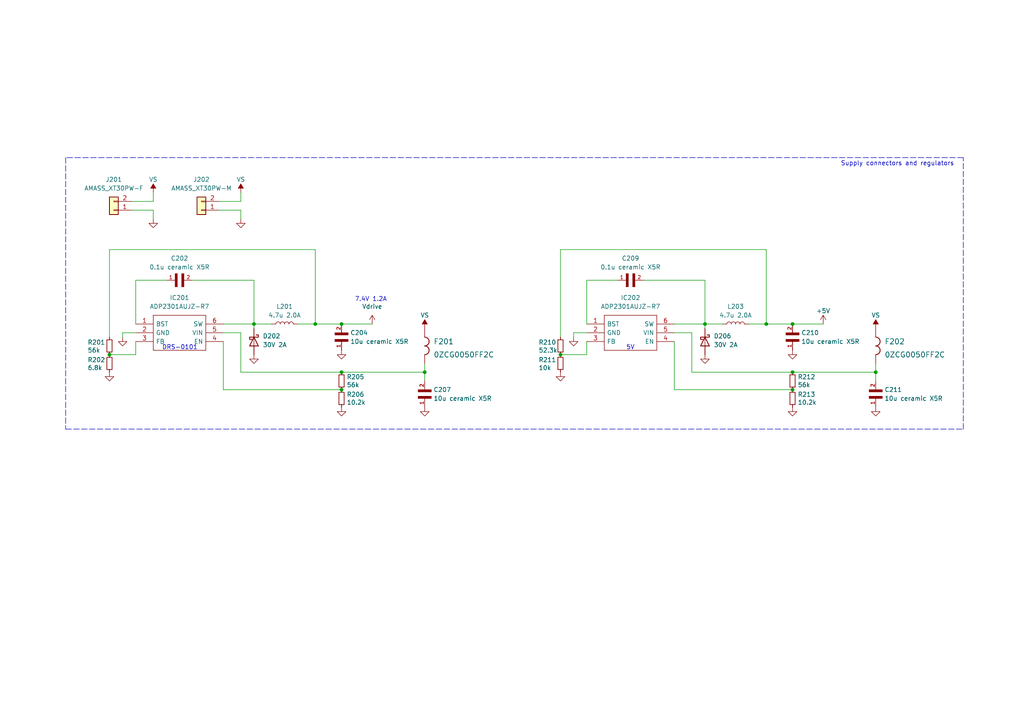
<source format=kicad_sch>
(kicad_sch (version 20211123) (generator eeschema)
  (paper "A4")
  (lib_symbols
    (symbol "0ZCG0050FF2C:0ZCG0050FF2C" (pin_numbers hide) (pin_names hide)
      (property "Reference" "F" (at 5.08 3.175 0))
      (property "Value" "0ZCG0050FF2C" (at 5.08 -6.35 0))
      (symbol "0ZCG0050FF2C_1_1"
        (arc (start 2.54 0) (mid 3.81 -1.27) (end 5.08 0) (stroke (width 0.254)))
        (arc (start 5.08 0) (mid 6.35 -1.27) (end 7.62 0) (stroke (width 0.254)))
        (pin unspecified line (at 0 0 0) (length 2.54) (name "1") (number "1"))
        (pin unspecified line (at 10.16 0 180) (length 2.54) (name "2") (number "2"))
      )
    )
    (symbol "ADP2301AUJZ-R7:ADP2301AUJZ-R7" (pin_names (offset 0.762))
      (property "Reference" "IC" (at 21.59 7.62 0))
      (property "Value" "ADP2301AUJZ-R7" (at 21.59 5.08 0))
      (symbol "ADP2301AUJZ-R7_0_0"
        (pin passive line (at 0 0 0) (length 5.08) (name "BST") (number "1"))
        (pin power_in line (at 0 -2.54 0) (length 5.08) (name "GND") (number "2"))
        (pin passive line (at 0 -5.08 0) (length 5.08) (name "FB") (number "3"))
        (pin passive line (at 25.4 -5.08 180) (length 5.08) (name "EN") (number "4"))
        (pin input line (at 25.4 -2.54 180) (length 5.08) (name "VIN") (number "5"))
        (pin passive line (at 25.4 0 180) (length 5.08) (name "SW") (number "6"))
      )
      (symbol "ADP2301AUJZ-R7_0_1"
        (polyline (pts (xy 5.08 2.54) (xy 20.32 2.54) (xy 20.32 -7.62) (xy 5.08 -7.62) (xy 5.08 2.54)) (stroke (width 0.1524)))
      )
    )
    (symbol "C1005X5R1E104K050BC:C1005X5R1E104K050BC" (pin_names (offset 1.016) hide)
      (property "Reference" "C" (at 0 3.81 0))
      (property "Value" "C1005X5R1E104K050BC" (at 0 -5.08 0))
      (symbol "C1005X5R1E104K050BC_0_0"
        (rectangle (start 0 -1.905) (end 0.635 1.905) (fill (type outline)))
        (rectangle (start 1.905 -1.905) (end 2.54 1.905) (fill (type outline)))
        (pin passive line (at -2.54 0 0) (length 2.54) (name "~") (number "1"))
        (pin passive line (at 5.08 0 180) (length 2.54) (name "~") (number "2"))
      )
    )
    (symbol "C1608X5R0J106K080AB:C1608X5R0J106K080AB" (pin_names (offset 1.016) hide)
      (property "Reference" "C" (at 0 3.81 0))
      (property "Value" "C1608X5R0J106K080AB" (at 0 -5.08 0))
      (symbol "C1608X5R0J106K080AB_0_0"
        (rectangle (start 0 -1.905) (end 0.635 1.905) (fill (type outline)))
        (rectangle (start 1.905 -1.905) (end 2.54 1.905) (fill (type outline)))
        (pin passive line (at -2.54 0 0) (length 2.54) (name "~") (number "1"))
        (pin passive line (at 5.08 0 180) (length 2.54) (name "~") (number "2"))
      )
    )
    (symbol "Connector_Generic:Conn_01x02" (pin_names (offset 1.016) hide)
      (property "Reference" "J" (at 0 2.54 0))
      (property "Value" "Conn_01x02" (at 0 -5.08 0))
      (symbol "Conn_01x02_1_1"
        (rectangle (start -1.27 -2.413) (end 0 -2.667) (stroke (width 0.1524)))
        (rectangle (start -1.27 0.127) (end 0 -0.127) (stroke (width 0.1524)))
        (rectangle (start -1.27 1.27) (end 1.27 -3.81) (stroke (width 0.254)) (fill (type background)))
        (pin passive line (at -5.08 0 0) (length 3.81) (name "Pin_1") (number "1"))
        (pin passive line (at -5.08 -2.54 0) (length 3.81) (name "Pin_2") (number "2"))
      )
    )
    (symbol "Device:D_Schottky" (pin_numbers hide) (pin_names (offset 1.016) hide)
      (property "Reference" "D" (at 0 2.54 0))
      (property "Value" "D_Schottky" (at 0 -2.54 0))
      (symbol "D_Schottky_0_1"
        (polyline (pts (xy 1.27 0) (xy -1.27 0)))
        (polyline (pts (xy 1.27 1.27) (xy 1.27 -1.27) (xy -1.27 0) (xy 1.27 1.27)) (stroke (width 0.254)))
        (polyline (pts (xy -1.905 0.635) (xy -1.905 1.27) (xy -1.27 1.27) (xy -1.27 -1.27) (xy -0.635 -1.27) (xy -0.635 -0.635)) (stroke (width 0.254)))
      )
      (symbol "D_Schottky_1_1"
        (pin passive line (at -3.81 0 0) (length 2.54) (name "K") (number "1"))
        (pin passive line (at 3.81 0 180) (length 2.54) (name "A") (number "2"))
      )
    )
    (symbol "Device:L" (pin_numbers hide) (pin_names (offset 1.016) hide)
      (property "Reference" "L" (at -1.27 0 90))
      (property "Value" "L" (at 1.905 0 90))
      (symbol "L_0_1"
        (arc (start 0 -2.54) (mid 0.635 -1.905) (end 0 -1.27))
        (arc (start 0 -1.27) (mid 0.635 -0.635) (end 0 0))
        (arc (start 0 0) (mid 0.635 0.635) (end 0 1.27))
        (arc (start 0 1.27) (mid 0.635 1.905) (end 0 2.54))
      )
      (symbol "L_1_1"
        (pin passive line (at 0 3.81 270) (length 1.27) (name "1") (number "1"))
        (pin passive line (at 0 -3.81 90) (length 1.27) (name "2") (number "2"))
      )
    )
    (symbol "Device:R_Small" (pin_numbers hide) (pin_names (offset 0.254) hide)
      (property "Reference" "R" (at 0.762 0.508 0))
      (property "Value" "R_Small" (at 0.762 -1.016 0))
      (symbol "R_Small_0_1"
        (rectangle (start -0.762 1.778) (end 0.762 -1.778) (stroke (width 0.2032)))
      )
      (symbol "R_Small_1_1"
        (pin passive line (at 0 2.54 270) (length 0.762) (name "~") (number "1"))
        (pin passive line (at 0 -2.54 90) (length 0.762) (name "~") (number "2"))
      )
    )
    (symbol "power:+5V" (power) (pin_names (offset 0))
      (property "Value" "+5V" (at 0 3.556 0))
      (symbol "+5V_0_1"
        (polyline (pts (xy -0.762 1.27) (xy 0 2.54)))
        (polyline (pts (xy 0 0) (xy 0 2.54)))
        (polyline (pts (xy 0 2.54) (xy 0.762 1.27)))
      )
      (symbol "+5V_1_1"
        (pin power_in line (at 0 0 90) (length 0) hide (name "+5V") (number "1"))
      )
    )
    (symbol "power:GND" (power) (pin_names (offset 0))
      (property "Value" "GND" (at 0 -3.81 0))
      (symbol "GND_0_1"
        (polyline (pts (xy 0 0) (xy 0 -1.27) (xy 1.27 -1.27) (xy 0 -2.54) (xy -1.27 -1.27) (xy 0 -1.27)))
      )
      (symbol "GND_1_1"
        (pin power_in line (at 0 0 270) (length 0) hide (name "GND") (number "1"))
      )
    )
    (symbol "power:VS" (power) (pin_names (offset 0))
      (property "Value" "VS" (at 0 3.81 0))
      (symbol "VS_0_1"
        (polyline (pts (xy 0 0) (xy 0 2.54)))
        (polyline (pts (xy 0.762 1.27) (xy -0.762 1.27) (xy 0 2.54) (xy 0.762 1.27)) (fill (type outline)))
      )
      (symbol "VS_1_1"
        (pin power_in line (at 0 0 90) (length 0) hide (name "VS") (number "1"))
      )
    )
    (symbol "power:Vdrive" (power) (pin_names (offset 0))
      (property "Value" "Vdrive" (at 0 3.81 0))
      (symbol "Vdrive_0_1"
        (polyline (pts (xy -0.762 1.27) (xy 0 2.54)))
        (polyline (pts (xy 0 0) (xy 0 2.54)))
        (polyline (pts (xy 0 2.54) (xy 0.762 1.27)))
      )
      (symbol "Vdrive_1_1"
        (pin power_in line (at 0 0 90) (length 0) hide (name "Vdrive") (number "1"))
      )
    )
  )
  (junction (at 222.25 93.98))
  (junction (at 204.47 93.98))
  (junction (at 229.87 93.98))
  (junction (at 31.75 102.87))
  (junction (at 99.06 93.98))
  (junction (at 229.87 107.95))
  (junction (at 99.06 113.03))
  (junction (at 123.19 107.95))
  (junction (at 91.44 93.98))
  (junction (at 254 107.95))
  (junction (at 73.66 93.98))
  (junction (at 99.06 107.95))
  (junction (at 162.56 102.87))
  (junction (at 229.87 113.03))
  (wire (pts (xy 204.47 81.28) (xy 204.47 93.98)))
  (wire (pts (xy 170.18 102.87) (xy 162.56 102.87)))
  (wire (pts (xy 186.69 81.28) (xy 204.47 81.28)))
  (wire (pts (xy 86.36 93.98) (xy 91.44 93.98)))
  (wire (pts (xy 44.45 63.5) (xy 44.45 60.96)))
  (wire (pts (xy 200.66 96.52) (xy 200.66 107.95)))
  (wire (pts (xy 69.85 107.95) (xy 99.06 107.95)))
  (wire (pts (xy 200.66 107.95) (xy 229.87 107.95)))
  (wire (pts (xy 162.56 72.39) (xy 222.25 72.39)))
  (wire (pts (xy 222.25 72.39) (xy 222.25 93.98)))
  (wire (pts (xy 162.56 97.79) (xy 162.56 72.39)))
  (wire (pts (xy 69.85 55.88) (xy 69.85 58.42)))
  (wire (pts (xy 39.37 102.87) (xy 39.37 99.06)))
  (wire (pts (xy 31.75 97.79) (xy 31.75 72.39)))
  (wire (pts (xy 170.18 81.28) (xy 179.07 81.28)))
  (wire (pts (xy 73.66 95.25) (xy 73.66 93.98)))
  (wire (pts (xy 55.88 81.28) (xy 73.66 81.28)))
  (wire (pts (xy 195.58 113.03) (xy 195.58 99.06)))
  (wire (pts (xy 91.44 93.98) (xy 99.06 93.98)))
  (wire (pts (xy 170.18 93.98) (xy 170.18 81.28)))
  (wire (pts (xy 69.85 63.5) (xy 69.85 60.96)))
  (wire (pts (xy 166.37 96.52) (xy 170.18 96.52)))
  (wire (pts (xy 222.25 93.98) (xy 229.87 93.98)))
  (wire (pts (xy 123.19 105.41) (xy 123.19 107.95)))
  (wire (pts (xy 217.17 93.98) (xy 222.25 93.98)))
  (wire (pts (xy 35.56 96.52) (xy 39.37 96.52)))
  (wire (pts (xy 69.85 60.96) (xy 63.5 60.96)))
  (wire (pts (xy 73.66 81.28) (xy 73.66 93.98)))
  (wire (pts (xy 91.44 72.39) (xy 91.44 93.98)))
  (wire (pts (xy 69.85 58.42) (xy 63.5 58.42)))
  (wire (pts (xy 31.75 72.39) (xy 91.44 72.39)))
  (wire (pts (xy 39.37 81.28) (xy 48.26 81.28)))
  (wire (pts (xy 254 105.41) (xy 254 107.95)))
  (wire (pts (xy 44.45 58.42) (xy 38.1 58.42)))
  (wire (pts (xy 73.66 93.98) (xy 78.74 93.98)))
  (wire (pts (xy 64.77 93.98) (xy 73.66 93.98)))
  (polyline (pts (xy 279.4 45.72) (xy 19.05 45.72)))
  (wire (pts (xy 64.77 113.03) (xy 64.77 99.06)))
  (wire (pts (xy 44.45 55.88) (xy 44.45 58.42)))
  (wire (pts (xy 254 107.95) (xy 254 110.49)))
  (wire (pts (xy 195.58 96.52) (xy 200.66 96.52)))
  (wire (pts (xy 195.58 113.03) (xy 229.87 113.03)))
  (wire (pts (xy 64.77 113.03) (xy 99.06 113.03)))
  (wire (pts (xy 39.37 93.98) (xy 39.37 81.28)))
  (wire (pts (xy 99.06 93.98) (xy 107.95 93.98)))
  (wire (pts (xy 38.1 60.96) (xy 44.45 60.96)))
  (wire (pts (xy 99.06 107.95) (xy 123.19 107.95)))
  (polyline (pts (xy 19.05 124.46) (xy 279.4 124.46)))
  (wire (pts (xy 69.85 96.52) (xy 69.85 107.95)))
  (polyline (pts (xy 279.4 124.46) (xy 279.4 45.72)))
  (wire (pts (xy 204.47 93.98) (xy 209.55 93.98)))
  (wire (pts (xy 35.56 96.52) (xy 35.56 97.79)))
  (wire (pts (xy 229.87 93.98) (xy 238.76 93.98)))
  (wire (pts (xy 39.37 102.87) (xy 31.75 102.87)))
  (wire (pts (xy 204.47 95.25) (xy 204.47 93.98)))
  (wire (pts (xy 166.37 96.52) (xy 166.37 97.79)))
  (wire (pts (xy 170.18 102.87) (xy 170.18 99.06)))
  (wire (pts (xy 195.58 93.98) (xy 204.47 93.98)))
  (wire (pts (xy 229.87 107.95) (xy 254 107.95)))
  (polyline (pts (xy 19.05 45.72) (xy 19.05 124.46)))
  (wire (pts (xy 123.19 107.95) (xy 123.19 110.49)))
  (wire (pts (xy 64.77 96.52) (xy 69.85 96.52)))
  (text "5V\n" (at 181.61 101.6 0) (effects (font (size 1.27 1.27)) (justify left bottom)))
  (text "7.4V 1.2A\n" (at 102.87 87.63 0) (effects (font (size 1.27 1.27)) (justify left bottom)))
  (text "DRS-0101\n" (at 46.99 101.6 0) (effects (font (size 1.27 1.27)) (justify left bottom)))
  (text "Supply connectors and regulators\n" (at 243.84 48.26 0) (effects (font (size 1.27 1.27)) (justify left bottom)))
  (symbol (lib_id "power:GND") (at 31.75 107.95 0) (unit 1)
    (property "Reference" "#PWR?" (effects hide))
    (property "Value" "GND" (effects hide))
  )
  (symbol (lib_id "ADP2301AUJZ-R7:ADP2301AUJZ-R7") (at 170.18 93.98 0) (unit 1)
    (property "Reference" "IC202" (at 182.88 86.36 0))
    (property "Value" "ADP2301AUJZ-R7" (at 182.88 88.9 0))
    (property "Footprint" "SOT95P280X100-6N" (effects hide))
    (property "Datasheet" "https://datasheet.datasheetarchive.com/originals/distributors/Datasheets-SFU1/DSASFU10005240.pdf" (effects hide))
    (property "Description" "Analog Devices ADP2301AUJZ-R7, Step Down DC-DC Converter, Adjustable, 0.8 ??17 V, 6-Pin TSOT%0%0" (effects hide))
    (property "Height" "1" (effects hide))
    (property "Manufacturer_Name" "Analog Devices" (effects hide))
    (property "Manufacturer_Part_Number" "ADP2301AUJZ-R7" (effects hide))
    (property "Mouser Part Number" "584-ADP2301AUJZ-R7" (effects hide))
    (property "Mouser Price/Stock" "https://www.mouser.co.uk/ProductDetail/Analog-Devices/ADP2301AUJZ-R7?qs=WIvQP4zGangX%252BSN5bF8NUg%3D%3D" (effects hide))
    (property "Arrow Part Number" "ADP2301AUJZ-R7" (effects hide))
    (property "Arrow Price/Stock" "https://www.arrow.com/en/products/adp2301aujz-r7/analog-devices?region=nac" (effects hide))
  )
  (symbol (lib_id "power:Vdrive") (at 107.95 93.98 0) (unit 1)
    (property "Reference" "#PWR?" (effects hide))
    (property "Value" "Vdrive" (at 107.95 88.9 0))
  )
  (symbol (lib_id "Device:D_Schottky") (at 204.47 99.06 270) (unit 1)
    (property "Reference" "D206" (at 207.01 97.4724 90) (effects (justify left)))
    (property "Value" "30V 2A" (at 207.01 100.0124 90) (effects (justify left)))
    (property "Footprint" "SnapEDA Library:B230A-13-F" (effects hide))
  )
  (symbol (lib_id "Device:D_Schottky") (at 73.66 99.06 270) (unit 1)
    (property "Reference" "D202" (at 76.2 97.4724 90) (effects (justify left)))
    (property "Value" "30V 2A" (at 76.2 100.0124 90) (effects (justify left)))
    (property "Footprint" "SnapEDA Library:B230A-13-F" (effects hide))
  )
  (symbol (lib_id "power:GND") (at 229.87 118.11 0) (unit 1)
    (property "Reference" "#PWR?" (effects hide))
    (property "Value" "GND" (effects hide))
  )
  (symbol (lib_id "Device:R_Small") (at 99.06 110.49 0) (unit 1)
    (property "Reference" "R205" (at 100.5586 109.3216 0) (effects (justify left)))
    (property "Value" "56k" (at 100.5586 111.633 0) (effects (justify left)))
    (property "Footprint" "Resistor_SMD:R_0402_1005Metric" (effects hide))
  )
  (symbol (lib_id "power:VS") (at 254 95.25 0) (unit 1)
    (property "Reference" "#PWR?" (effects hide))
    (property "Value" "VS" (at 254 91.44 0))
  )
  (symbol (lib_id "Device:R_Small") (at 229.87 115.57 0) (unit 1)
    (property "Reference" "R213" (at 231.3686 114.4016 0) (effects (justify left)))
    (property "Value" "10.2k" (at 231.3686 116.713 0) (effects (justify left)))
    (property "Footprint" "Resistor_SMD:R_0402_1005Metric" (effects hide))
  )
  (symbol (lib_id "ADP2301AUJZ-R7:ADP2301AUJZ-R7") (at 39.37 93.98 0) (unit 1)
    (property "Reference" "IC201" (at 52.07 86.36 0))
    (property "Value" "ADP2301AUJZ-R7" (at 52.07 88.9 0))
    (property "Footprint" "SOT95P280X100-6N" (effects hide))
    (property "Datasheet" "https://datasheet.datasheetarchive.com/originals/distributors/Datasheets-SFU1/DSASFU10005240.pdf" (effects hide))
    (property "Description" "Analog Devices ADP2301AUJZ-R7, Step Down DC-DC Converter, Adjustable, 0.8 ??17 V, 6-Pin TSOT%0%0" (effects hide))
    (property "Height" "1" (effects hide))
    (property "Manufacturer_Name" "Analog Devices" (effects hide))
    (property "Manufacturer_Part_Number" "ADP2301AUJZ-R7" (effects hide))
    (property "Mouser Part Number" "584-ADP2301AUJZ-R7" (effects hide))
    (property "Mouser Price/Stock" "https://www.mouser.co.uk/ProductDetail/Analog-Devices/ADP2301AUJZ-R7?qs=WIvQP4zGangX%252BSN5bF8NUg%3D%3D" (effects hide))
    (property "Arrow Part Number" "ADP2301AUJZ-R7" (effects hide))
    (property "Arrow Price/Stock" "https://www.arrow.com/en/products/adp2301aujz-r7/analog-devices?region=nac" (effects hide))
  )
  (symbol (lib_id "C1608X5R0J106K080AB:C1608X5R0J106K080AB") (at 254 115.57 90) (unit 1)
    (property "Reference" "C211" (at 256.54 113.0299 90) (effects (justify right)))
    (property "Value" "10u ceramic X5R" (at 256.54 115.5699 90) (effects (justify right)))
    (property "Footprint" "SnapEDA Library:CAPC1608X90N" (effects hide))
  )
  (symbol (lib_id "power:GND") (at 35.56 97.79 0) (unit 1)
    (property "Reference" "#PWR?" (effects hide))
    (property "Value" "GND" (effects hide))
  )
  (symbol (lib_id "power:GND") (at 204.47 102.87 0) (unit 1)
    (property "Reference" "#PWR?" (effects hide))
    (property "Value" "GND" (effects hide))
  )
  (symbol (lib_id "power:GND") (at 44.45 63.5 0) (unit 1)
    (property "Reference" "#PWR?" (effects hide))
    (property "Value" "GND" (effects hide))
  )
  (symbol (lib_id "power:GND") (at 229.87 101.6 0) (unit 1)
    (property "Reference" "#PWR?" (effects hide))
    (property "Value" "GND" (effects hide))
  )
  (symbol (lib_id "C1005X5R1E104K050BC:C1005X5R1E104K050BC") (at 181.61 81.28 0) (unit 1)
    (property "Reference" "C209" (at 182.88 74.93 0))
    (property "Value" "0.1u ceramic X5R" (at 182.88 77.47 0))
    (property "Footprint" "SnapEDA Library:CAPC1005X55N" (effects hide))
  )
  (symbol (lib_id "C1005X5R1E104K050BC:C1005X5R1E104K050BC") (at 50.8 81.28 0) (unit 1)
    (property "Reference" "C202" (at 52.07 74.93 0))
    (property "Value" "0.1u ceramic X5R" (at 52.07 77.47 0))
    (property "Footprint" "SnapEDA Library:CAPC1005X55N" (effects hide))
  )
  (symbol (lib_id "power:GND") (at 123.19 118.11 0) (unit 1)
    (property "Reference" "#PWR?" (effects hide))
    (property "Value" "GND" (effects hide))
  )
  (symbol (lib_id "Device:R_Small") (at 31.75 105.41 0) (unit 1)
    (property "Reference" "R202" (at 25.4 104.3686 0) (effects (justify left)))
    (property "Value" "6.8k" (at 25.4 106.68 0) (effects (justify left)))
    (property "Footprint" "Resistor_SMD:R_0402_1005Metric" (effects hide))
  )
  (symbol (lib_id "Device:L") (at 82.55 93.98 90) (unit 1)
    (property "Reference" "L201" (at 82.55 88.9 90))
    (property "Value" "4.7u 2.0A" (at 82.55 91.44 90))
    (property "Footprint" "SnapEDA Library:CDRH5D28RHPNP-4R7NC" (effects hide))
  )
  (symbol (lib_id "Connector_Generic:Conn_01x02") (at 33.02 60.96 180) (unit 1)
    (property "Reference" "J201" (at 33.02 52.07 0))
    (property "Value" "AMASS_XT30PW-F" (at 33.02 54.61 0))
    (property "Footprint" "Connector_AMASS:AMASS_XT30PW-F_1x02_P2.50mm_Horizontal" (effects hide))
  )
  (symbol (lib_id "power:GND") (at 99.06 118.11 0) (unit 1)
    (property "Reference" "#PWR?" (effects hide))
    (property "Value" "GND" (effects hide))
  )
  (symbol (lib_id "0ZCG0050FF2C:0ZCG0050FF2C") (at 123.19 105.41 90) (unit 1)
    (property "Reference" "F201" (at 125.73 99.06 90) (effects (font (size 1.524 1.524)) (justify right)))
    (property "Value" "0ZCG0050FF2C" (at 125.73 102.87 90) (effects (font (size 1.524 1.524)) (justify right)))
    (property "Footprint" "SnapEDA Library:0ZCG0050FF2C" (effects hide))
  )
  (symbol (lib_id "Device:R_Small") (at 31.75 100.33 0) (unit 1)
    (property "Reference" "R201" (at 25.4 99.2886 0) (effects (justify left)))
    (property "Value" "56k" (at 25.4 101.6 0) (effects (justify left)))
    (property "Footprint" "Resistor_SMD:R_0402_1005Metric" (effects hide))
  )
  (symbol (lib_id "Device:L") (at 213.36 93.98 90) (unit 1)
    (property "Reference" "L203" (at 213.36 88.9 90))
    (property "Value" "4.7u 2.0A" (at 213.36 91.44 90))
    (property "Footprint" "SnapEDA Library:CDRH5D28RHPNP-4R7NC" (effects hide))
  )
  (symbol (lib_id "power:GND") (at 99.06 101.6 0) (unit 1)
    (property "Reference" "#PWR?" (effects hide))
    (property "Value" "GND" (effects hide))
  )
  (symbol (lib_id "power:+5V") (at 238.76 93.98 0) (unit 1)
    (property "Reference" "#PWR?" (effects hide))
    (property "Value" "+5V" (at 238.76 90.17 0))
  )
  (symbol (lib_id "Device:R_Small") (at 162.56 105.41 0) (unit 1)
    (property "Reference" "R211" (at 156.21 104.3686 0) (effects (justify left)))
    (property "Value" "10k" (at 156.21 106.68 0) (effects (justify left)))
    (property "Footprint" "Resistor_SMD:R_0402_1005Metric" (effects hide))
  )
  (symbol (lib_id "Device:R_Small") (at 162.56 100.33 0) (unit 1)
    (property "Reference" "R210" (at 156.21 99.2886 0) (effects (justify left)))
    (property "Value" "52.3k" (at 156.21 101.6 0) (effects (justify left)))
    (property "Footprint" "Resistor_SMD:R_0402_1005Metric" (effects hide))
  )
  (symbol (lib_id "C1608X5R0J106K080AB:C1608X5R0J106K080AB") (at 123.19 115.57 90) (unit 1)
    (property "Reference" "C207" (at 125.73 113.0299 90) (effects (justify right)))
    (property "Value" "10u ceramic X5R" (at 125.73 115.5699 90) (effects (justify right)))
    (property "Footprint" "SnapEDA Library:CAPC1608X90N" (effects hide))
  )
  (symbol (lib_id "C1608X5R0J106K080AB:C1608X5R0J106K080AB") (at 99.06 99.06 90) (unit 1)
    (property "Reference" "C204" (at 101.6 96.5199 90) (effects (justify right)))
    (property "Value" "10u ceramic X5R" (at 101.6 99.0599 90) (effects (justify right)))
    (property "Footprint" "SnapEDA Library:CAPC1608X90N" (effects hide))
  )
  (symbol (lib_id "Connector_Generic:Conn_01x02") (at 58.42 60.96 180) (unit 1)
    (property "Reference" "J202" (at 58.42 52.07 0))
    (property "Value" "AMASS_XT30PW-M" (at 58.42 54.61 0))
    (property "Footprint" "Connector_AMASS:AMASS_XT30PW-M_1x02_P2.50mm_Horizontal" (effects hide))
  )
  (symbol (lib_id "C1608X5R0J106K080AB:C1608X5R0J106K080AB") (at 229.87 99.06 90) (unit 1)
    (property "Reference" "C210" (at 232.41 96.5199 90) (effects (justify right)))
    (property "Value" "10u ceramic X5R" (at 232.41 99.0599 90) (effects (justify right)))
    (property "Footprint" "SnapEDA Library:CAPC1608X90N" (effects hide))
  )
  (symbol (lib_id "power:VS") (at 69.85 55.88 0) (unit 1)
    (property "Reference" "#PWR?" (effects hide))
    (property "Value" "VS" (at 69.85 52.07 0))
  )
  (symbol (lib_id "power:GND") (at 73.66 102.87 0) (unit 1)
    (property "Reference" "#PWR?" (effects hide))
    (property "Value" "GND" (effects hide))
  )
  (symbol (lib_id "power:VS") (at 44.45 55.88 0) (unit 1)
    (property "Reference" "#PWR?" (effects hide))
    (property "Value" "VS" (at 44.45 52.07 0))
  )
  (symbol (lib_id "power:VS") (at 123.19 95.25 0) (unit 1)
    (property "Reference" "#PWR?" (effects hide))
    (property "Value" "VS" (at 123.19 91.44 0))
  )
  (symbol (lib_id "power:GND") (at 69.85 63.5 0) (unit 1)
    (property "Reference" "#PWR?" (effects hide))
    (property "Value" "GND" (effects hide))
  )
  (symbol (lib_id "power:GND") (at 166.37 97.79 0) (unit 1)
    (property "Reference" "#PWR?" (effects hide))
    (property "Value" "GND" (effects hide))
  )
  (symbol (lib_id "0ZCG0050FF2C:0ZCG0050FF2C") (at 254 105.41 90) (unit 1)
    (property "Reference" "F202" (at 256.54 99.06 90) (effects (font (size 1.524 1.524)) (justify right)))
    (property "Value" "0ZCG0050FF2C" (at 256.54 102.87 90) (effects (font (size 1.524 1.524)) (justify right)))
    (property "Footprint" "SnapEDA Library:0ZCG0050FF2C" (effects hide))
  )
  (symbol (lib_id "Device:R_Small") (at 229.87 110.49 0) (unit 1)
    (property "Reference" "R212" (at 231.3686 109.3216 0) (effects (justify left)))
    (property "Value" "56k" (at 231.3686 111.633 0) (effects (justify left)))
    (property "Footprint" "Resistor_SMD:R_0402_1005Metric" (effects hide))
  )
  (symbol (lib_id "power:GND") (at 254 118.11 0) (unit 1)
    (property "Reference" "#PWR?" (effects hide))
    (property "Value" "GND" (effects hide))
  )
  (symbol (lib_id "Device:R_Small") (at 99.06 115.57 0) (unit 1)
    (property "Reference" "R206" (at 100.5586 114.4016 0) (effects (justify left)))
    (property "Value" "10.2k" (at 100.5586 116.713 0) (effects (justify left)))
    (property "Footprint" "Resistor_SMD:R_0402_1005Metric" (effects hide))
  )
  (symbol (lib_id "power:GND") (at 162.56 107.95 0) (unit 1)
    (property "Reference" "#PWR?" (effects hide))
    (property "Value" "GND" (effects hide))
  )
)
</source>
